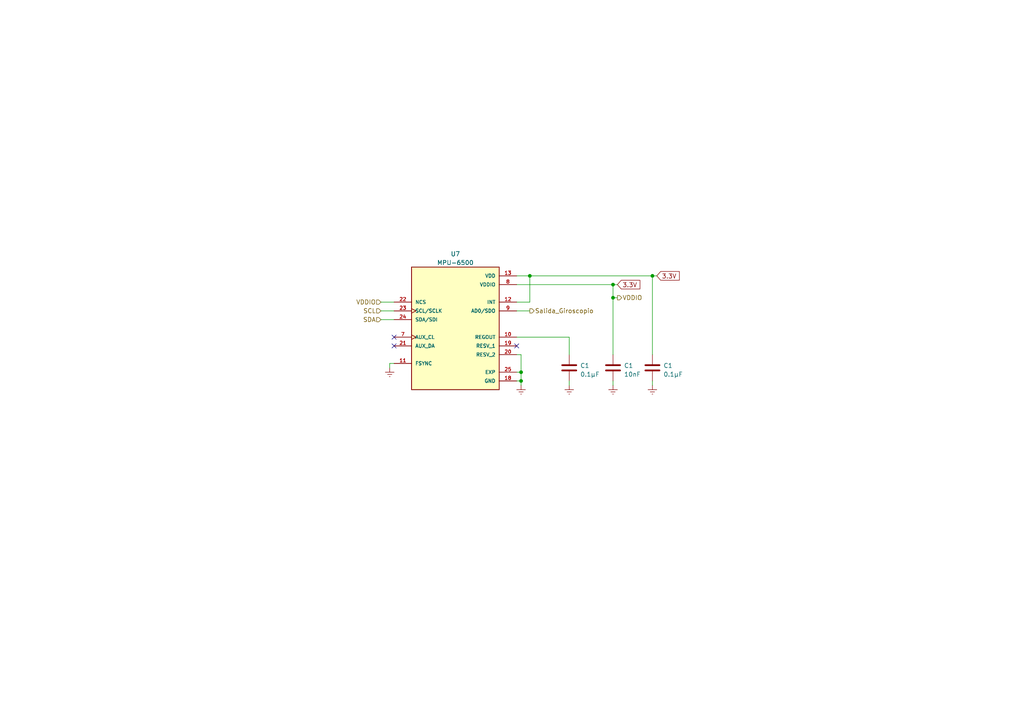
<source format=kicad_sch>
(kicad_sch (version 20230121) (generator eeschema)
  (paper "A4")
  (lib_symbols
    (symbol "Device:C" (pin_numbers hide) (pin_names (offset 0.254))
      (property "Reference" "C" (at 0.635 2.54 0))
      (property "Value" "C" (at 0.635 -2.54 0))
      (symbol "C_0_1"
        (polyline (pts (xy -2.032 -0.762) (xy 2.032 -0.762)) (stroke (width 0.508)))
        (polyline (pts (xy -2.032 0.762) (xy 2.032 0.762)) (stroke (width 0.508)))
      )
      (symbol "C_1_1"
        (pin passive line (at 0 3.81 270) (length 2.794) (name "~") (number "1"))
        (pin passive line (at 0 -3.81 90) (length 2.794) (name "~") (number "2"))
      )
    )
    (symbol "MPU-6500:MPU-6500" (pin_names (offset 1.016))
      (property "Reference" "U" (at -12.7 19.05 0))
      (property "Value" "MPU-6500" (at -12.7 -19.05 0))
      (symbol "MPU-6500_0_0"
        (rectangle (start -12.7 -17.78) (end 12.7 17.78) (stroke (width 0.254)) (fill (type background)))
        (pin output line (at 17.78 -2.54 180) (length 5.08) (name "REGOUT") (number "10"))
        (pin input line (at -17.78 -10.16 0) (length 5.08) (name "FSYNC") (number "11"))
        (pin output line (at 17.78 7.62 180) (length 5.08) (name "INT") (number "12"))
        (pin power_in line (at 17.78 15.24 180) (length 5.08) (name "VDD") (number "13"))
        (pin power_in line (at 17.78 -15.24 180) (length 5.08) (name "GND") (number "18"))
        (pin passive line (at 17.78 -5.08 180) (length 5.08) (name "RESV_1") (number "19"))
        (pin passive line (at 17.78 -7.62 180) (length 5.08) (name "RESV_2") (number "20"))
        (pin bidirectional line (at -17.78 -5.08 0) (length 5.08) (name "AUX_DA") (number "21"))
        (pin input line (at -17.78 7.62 0) (length 5.08) (name "NCS") (number "22"))
        (pin input clock (at -17.78 5.08 0) (length 5.08) (name "SCL/SCLK") (number "23"))
        (pin bidirectional line (at -17.78 2.54 0) (length 5.08) (name "SDA/SDI") (number "24"))
        (pin passive line (at 17.78 -12.7 180) (length 5.08) (name "EXP") (number "25"))
        (pin input clock (at -17.78 -2.54 0) (length 5.08) (name "AUX_CL") (number "7"))
        (pin power_in line (at 17.78 12.7 180) (length 5.08) (name "VDDIO") (number "8"))
        (pin output line (at 17.78 5.08 180) (length 5.08) (name "AD0/SDO") (number "9"))
      )
    )
    (symbol "power:Earth" (power) (pin_names (offset 0))
      (symbol "Earth_0_1"
        (polyline (pts (xy -0.635 -1.905) (xy 0.635 -1.905)))
        (polyline (pts (xy -0.127 -2.54) (xy 0.127 -2.54)))
        (polyline (pts (xy 0 -1.27) (xy 0 0)))
        (polyline (pts (xy 1.27 -1.27) (xy -1.27 -1.27)))
      )
      (symbol "Earth_1_1"
        (pin power_in line (at 0 0 270) (length 0) hide (name "Earth") (number "1"))
      )
    )
  )
  (junction (at 151.13 107.95))
  (junction (at 177.8 82.55))
  (junction (at 151.13 110.49))
  (junction (at 177.8 86.36))
  (junction (at 153.67 80.01))
  (junction (at 189.23 80.01))
  (no_connect (at 114.3 100.33))
  (no_connect (at 114.3 97.79))
  (no_connect (at 149.86 100.33))
  (wire (pts (xy 149.86 107.95) (xy 151.13 107.95)))
  (wire (pts (xy 110.49 92.71) (xy 114.3 92.71)))
  (wire (pts (xy 151.13 102.87) (xy 151.13 107.95)))
  (wire (pts (xy 151.13 107.95) (xy 151.13 110.49)))
  (wire (pts (xy 177.8 111.76) (xy 177.8 110.49)))
  (wire (pts (xy 149.86 90.17) (xy 153.67 90.17)))
  (wire (pts (xy 153.67 80.01) (xy 153.67 87.63)))
  (wire (pts (xy 149.86 82.55) (xy 177.8 82.55)))
  (wire (pts (xy 149.86 87.63) (xy 153.67 87.63)))
  (wire (pts (xy 165.1 97.79) (xy 149.86 97.79)))
  (wire (pts (xy 177.8 86.36) (xy 179.07 86.36)))
  (wire (pts (xy 189.23 110.49) (xy 189.23 111.76)))
  (wire (pts (xy 151.13 110.49) (xy 149.86 110.49)))
  (wire (pts (xy 177.8 82.55) (xy 177.8 86.36)))
  (wire (pts (xy 110.49 87.63) (xy 114.3 87.63)))
  (wire (pts (xy 177.8 86.36) (xy 177.8 102.87)))
  (wire (pts (xy 165.1 110.49) (xy 165.1 111.76)))
  (wire (pts (xy 165.1 102.87) (xy 165.1 97.79)))
  (wire (pts (xy 177.8 82.55) (xy 179.07 82.55)))
  (wire (pts (xy 189.23 80.01) (xy 153.67 80.01)))
  (wire (pts (xy 151.13 111.76) (xy 151.13 110.49)))
  (wire (pts (xy 189.23 80.01) (xy 190.5 80.01)))
  (wire (pts (xy 110.49 90.17) (xy 114.3 90.17)))
  (wire (pts (xy 114.3 105.41) (xy 113.03 105.41)))
  (wire (pts (xy 149.86 102.87) (xy 151.13 102.87)))
  (wire (pts (xy 153.67 80.01) (xy 149.86 80.01)))
  (wire (pts (xy 189.23 102.87) (xy 189.23 80.01)))
  (wire (pts (xy 113.03 105.41) (xy 113.03 106.68)))
  (global_label "3.3V" (shape input) (at 179.07 82.55 0) (property "Intersheetrefs" "${INTERSHEET_REFS}" (effects hide)))
  (global_label "3.3V" (shape input) (at 190.5 80.01 0) (property "Intersheetrefs" "${INTERSHEET_REFS}" (effects hide)))
  (hierarchical_label "SDA" (shape input) (at 110.49 92.71 180))
  (hierarchical_label "VDDIO" (shape input) (at 110.49 87.63 180))
  (hierarchical_label "VDDIO" (shape output) (at 179.07 86.36 0))
  (hierarchical_label "Salida_Giroscopio" (shape output) (at 153.67 90.17 0))
  (hierarchical_label "SCL" (shape input) (at 110.49 90.17 180))
  (symbol (lib_id "power:Earth") (at 177.8 111.76 0) (unit 1)
    (property "Reference" "#PWR03" (effects hide))
    (property "Value" "Earth" (effects hide))
    (instances (project "KISS_V2" (path "" (reference "#PWR03") (unit 1)) (path "" (reference "#PWR013") (unit 1)) (path "" (reference "#PWR016") (unit 1))))
  )
  (symbol (lib_id "power:Earth") (at 189.23 111.76 0) (unit 1)
    (property "Reference" "#PWR03" (effects hide))
    (property "Value" "Earth" (effects hide))
    (instances (project "KISS_V2" (path "" (reference "#PWR03") (unit 1)) (path "" (reference "#PWR013") (unit 1)) (path "" (reference "#PWR017") (unit 1))))
  )
  (symbol (lib_id "power:Earth") (at 151.13 111.76 0) (unit 1)
    (property "Reference" "#PWR03" (effects hide))
    (property "Value" "Earth" (effects hide))
    (instances (project "KISS_V2" (path "" (reference "#PWR03") (unit 1)) (path "" (reference "#PWR013") (unit 1)) (path "" (reference "#PWR013") (unit 1))))
  )
  (symbol (lib_id "Device:C") (at 189.23 106.68 0) (unit 1)
    (property "Reference" "C1" (at 192.405 106.045 0) (effects (justify left)))
    (property "Value" "0.1μF" (at 192.405 108.585 0) (effects (justify left)))
    (property "Footprint" "Capacitor_SMD:C_0603_1608Metric_Pad1.08x0.95mm_HandSolder" (effects hide))
    (instances (project "KISS_V2" (path "" (reference "C1") (unit 1)) (path "" (reference "C14") (unit 1))))
  )
  (symbol (lib_id "MPU-6500:MPU-6500") (at 132.08 95.25 0) (unit 1)
    (property "Reference" "U7" (at 132.08 73.66 0))
    (property "Value" "MPU-6500" (at 132.08 76.2 0))
    (property "Footprint" "MPU-6500:QFN40P300X300X95-25N" (effects hide))
    (property "B_MIN" "0.15" (effects hide))
    (property "D_NOM" "3.0" (effects hide))
    (property "MAXIMUM_PACKAGE_HEIGHT" "0.95 mm" (effects hide))
    (property "D2_NOM" "1.7" (effects hide))
    (property "E2_NOM" "1.54" (effects hide))
    (property "E_NOM" "3.0" (effects hide))
    (property "D_MIN" "2.9" (effects hide))
    (property "PARTREV" "1.3" (effects hide))
    (property "L_NOM" "0.3" (effects hide))
    (property "L_MAX" "0.25" (effects hide))
    (property "PIN_COUNT_D" "6.0" (effects hide))
    (property "PIN_COUNT_E" "6.0" (effects hide))
    (property "D_MAX" "3.1" (effects hide))
    (property "ENOM" "0.4" (effects hide))
    (property "L_MIN" "0.15" (effects hide))
    (property "MANUFACTURER" "TDK InvenSense" (effects hide))
    (property "STANDARD" "IPC 7351B" (effects hide))
    (property "B_MAX" "0.25" (effects hide))
    (property "E_MIN" "2.9" (effects hide))
    (property "E_MAX" "3.1" (effects hide))
    (property "B_NOM" "0.2" (effects hide))
  )
  (symbol (lib_id "Device:C") (at 165.1 106.68 0) (unit 1)
    (property "Reference" "C1" (at 168.275 106.045 0) (effects (justify left)))
    (property "Value" "0.1μF" (at 168.275 108.585 0) (effects (justify left)))
    (property "Footprint" "Capacitor_SMD:C_0603_1608Metric_Pad1.08x0.95mm_HandSolder" (effects hide))
    (instances (project "KISS_V2" (path "" (reference "C1") (unit 1)) (path "" (reference "C12") (unit 1))))
  )
  (symbol (lib_id "power:Earth") (at 165.1 111.76 0) (unit 1)
    (property "Reference" "#PWR03" (effects hide))
    (property "Value" "Earth" (effects hide))
    (instances (project "KISS_V2" (path "" (reference "#PWR03") (unit 1)) (path "" (reference "#PWR013") (unit 1)) (path "" (reference "#PWR015") (unit 1))))
  )
  (symbol (lib_id "Device:C") (at 177.8 106.68 0) (unit 1)
    (property "Reference" "C1" (at 180.975 106.045 0) (effects (justify left)))
    (property "Value" "10nF" (at 180.975 108.585 0) (effects (justify left)))
    (property "Footprint" "Capacitor_SMD:C_0603_1608Metric_Pad1.08x0.95mm_HandSolder" (effects hide))
    (instances (project "KISS_V2" (path "" (reference "C1") (unit 1)) (path "" (reference "C13") (unit 1))))
  )
  (symbol (lib_id "power:Earth") (at 113.03 106.68 0) (unit 1)
    (property "Reference" "#PWR03" (effects hide))
    (property "Value" "Earth" (effects hide))
    (instances (project "KISS_V2" (path "" (reference "#PWR03") (unit 1)) (path "" (reference "#PWR013") (unit 1)) (path "" (reference "#PWR012") (unit 1))))
  )
)
</source>
